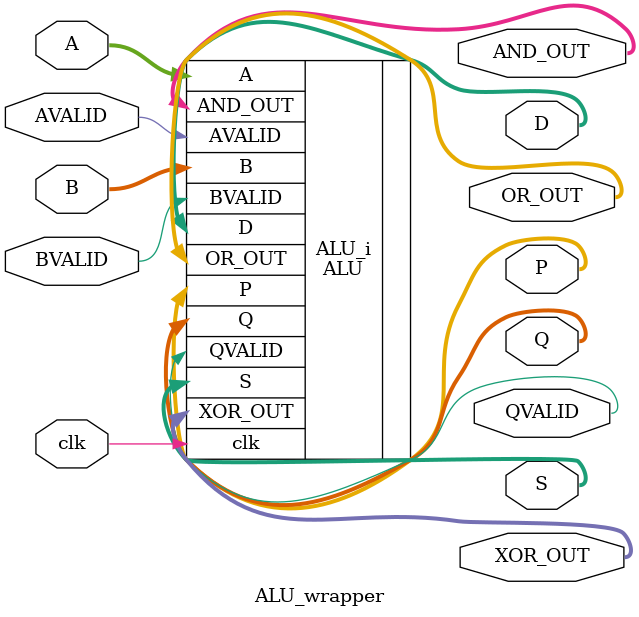
<source format=v>
`timescale 1 ps / 1 ps

module ALU_wrapper
   (A,
    AND_OUT,
    AVALID,
    B,
    BVALID,
    D,
    OR_OUT,
    P,
    Q,
    QVALID,
    S,
    XOR_OUT,
    clk);
  input [15:0]A;
  output [15:0]AND_OUT;
  input AVALID;
  input [15:0]B;
  input BVALID;
  output [15:0]D;
  output [15:0]OR_OUT;
  output [31:0]P;
  output [31:0]Q;
  output QVALID;
  output [15:0]S;
  output [15:0]XOR_OUT;
  input clk;

  wire [15:0]A;
  wire [15:0]AND_OUT;
  wire AVALID;
  wire [15:0]B;
  wire BVALID;
  wire [15:0]D;
  wire [15:0]OR_OUT;
  wire [31:0]P;
  wire [31:0]Q;
  wire QVALID;
  wire [15:0]S;
  wire [15:0]XOR_OUT;
  wire clk;

  ALU ALU_i
       (.A(A),
        .AND_OUT(AND_OUT),
        .AVALID(AVALID),
        .B(B),
        .BVALID(BVALID),
        .D(D),
        .OR_OUT(OR_OUT),
        .P(P),
        .Q(Q),
        .QVALID(QVALID),
        .S(S),
        .XOR_OUT(XOR_OUT),
        .clk(clk));
endmodule

</source>
